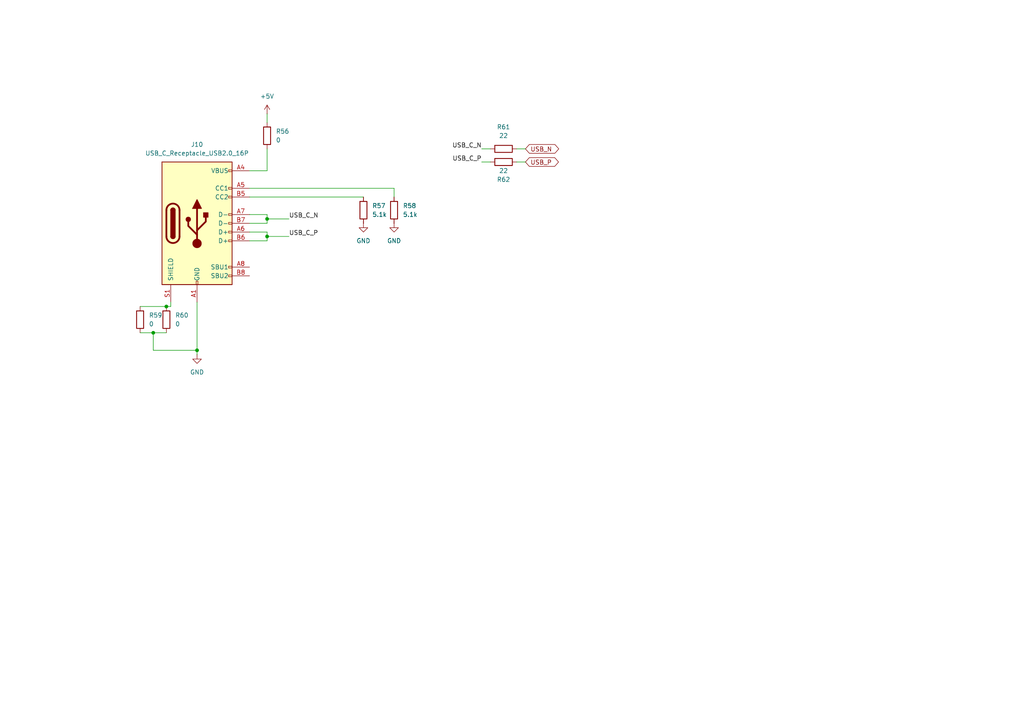
<source format=kicad_sch>
(kicad_sch (version 20231120) (generator "eeschema") (generator_version "8.0")
  (paper "A4")
  (lib_symbols
    (symbol "Connector:USB_C_Receptacle_USB2.0_16P" (pin_names (offset 1.016))
      (property "Reference" "J" (at 0 22.225 0))
      (property "Value" "USB_C_Receptacle_USB2.0_16P" (at 0 19.685 0))
      (symbol "USB_C_Receptacle_USB2.0_16P_0_0"
        (rectangle (start -0.254 -17.78) (end 0.254 -16.764))
        (rectangle (start 10.16 -14.986) (end 9.144 -15.494))
        (rectangle (start 10.16 -12.446) (end 9.144 -12.954))
        (rectangle (start 10.16 -4.826) (end 9.144 -5.334))
        (rectangle (start 10.16 -2.286) (end 9.144 -2.794))
        (rectangle (start 10.16 0.254) (end 9.144 -0.254))
        (rectangle (start 10.16 2.794) (end 9.144 2.286))
        (rectangle (start 10.16 7.874) (end 9.144 7.366))
        (rectangle (start 10.16 10.414) (end 9.144 9.906))
        (rectangle (start 10.16 15.494) (end 9.144 14.986))
      )
      (symbol "USB_C_Receptacle_USB2.0_16P_0_1"
        (rectangle (start -10.16 17.78) (end 10.16 -17.78) (stroke (width 0.254)) (fill (type background)))
        (arc (start -8.89 -3.81) (mid -6.985 -5.7067) (end -5.08 -3.81) (stroke (width 0.508)))
        (arc (start -7.62 -3.81) (mid -6.985 -4.4423) (end -6.35 -3.81) (stroke (width 0.254)))
        (arc (start -7.62 -3.81) (mid -6.985 -4.4423) (end -6.35 -3.81) (stroke (width 0.254)) (fill (type outline)))
        (rectangle (start -7.62 -3.81) (end -6.35 3.81) (stroke (width 0.254)) (fill (type outline)))
        (arc (start -6.35 3.81) (mid -6.985 4.4423) (end -7.62 3.81) (stroke (width 0.254)))
        (arc (start -6.35 3.81) (mid -6.985 4.4423) (end -7.62 3.81) (stroke (width 0.254)) (fill (type outline)))
        (arc (start -5.08 3.81) (mid -6.985 5.7067) (end -8.89 3.81) (stroke (width 0.508)))
        (circle (center -2.54 1.143) (radius 0.635) (stroke (width 0.254)) (fill (type outline)))
        (circle (center 0 -5.842) (radius 1.27) (fill (type outline)))
        (polyline (pts (xy -8.89 -3.81) (xy -8.89 3.81)) (stroke (width 0.508)))
        (polyline (pts (xy -5.08 3.81) (xy -5.08 -3.81)) (stroke (width 0.508)))
        (polyline (pts (xy 0 -5.842) (xy 0 4.318)) (stroke (width 0.508)))
        (polyline (pts (xy 0 -3.302) (xy -2.54 -0.762) (xy -2.54 0.508)) (stroke (width 0.508)))
        (polyline (pts (xy 0 -2.032) (xy 2.54 0.508) (xy 2.54 1.778)) (stroke (width 0.508)))
        (polyline (pts (xy -1.27 4.318) (xy 0 6.858) (xy 1.27 4.318) (xy -1.27 4.318)) (stroke (width 0.254)) (fill (type outline)))
        (rectangle (start 1.905 1.778) (end 3.175 3.048) (stroke (width 0.254)) (fill (type outline)))
      )
      (symbol "USB_C_Receptacle_USB2.0_16P_1_1"
        (pin passive line (at 0 -22.86 90) (length 5.08) (name "GND") (number "A1"))
        (pin passive line (at 0 -22.86 90) (length 5.08) hide (name "GND") (number "A12"))
        (pin passive line (at 15.24 15.24 180) (length 5.08) (name "VBUS") (number "A4"))
        (pin bidirectional line (at 15.24 10.16 180) (length 5.08) (name "CC1") (number "A5"))
        (pin bidirectional line (at 15.24 -2.54 180) (length 5.08) (name "D+") (number "A6"))
        (pin bidirectional line (at 15.24 2.54 180) (length 5.08) (name "D-") (number "A7"))
        (pin bidirectional line (at 15.24 -12.7 180) (length 5.08) (name "SBU1") (number "A8"))
        (pin passive line (at 15.24 15.24 180) (length 5.08) hide (name "VBUS") (number "A9"))
        (pin passive line (at 0 -22.86 90) (length 5.08) hide (name "GND") (number "B1"))
        (pin passive line (at 0 -22.86 90) (length 5.08) hide (name "GND") (number "B12"))
        (pin passive line (at 15.24 15.24 180) (length 5.08) hide (name "VBUS") (number "B4"))
        (pin bidirectional line (at 15.24 7.62 180) (length 5.08) (name "CC2") (number "B5"))
        (pin bidirectional line (at 15.24 -5.08 180) (length 5.08) (name "D+") (number "B6"))
        (pin bidirectional line (at 15.24 0 180) (length 5.08) (name "D-") (number "B7"))
        (pin bidirectional line (at 15.24 -15.24 180) (length 5.08) (name "SBU2") (number "B8"))
        (pin passive line (at 15.24 15.24 180) (length 5.08) hide (name "VBUS") (number "B9"))
        (pin passive line (at -7.62 -22.86 90) (length 5.08) (name "SHIELD") (number "S1"))
      )
    )
    (symbol "Device:R" (pin_numbers hide) (pin_names (offset 0))
      (property "Reference" "R" (at 2.032 0 90))
      (property "Value" "R" (at 0 0 90))
      (symbol "R_0_1"
        (rectangle (start -1.016 -2.54) (end 1.016 2.54) (stroke (width 0.254)))
      )
      (symbol "R_1_1"
        (pin passive line (at 0 3.81 270) (length 1.27) (name "~") (number "1"))
        (pin passive line (at 0 -3.81 90) (length 1.27) (name "~") (number "2"))
      )
    )
    (symbol "power:+5V" (power) (pin_numbers hide) (pin_names (offset 0) hide)
      (property "Value" "+5V" (at 0 3.556 0))
      (symbol "+5V_0_1"
        (polyline (pts (xy -0.762 1.27) (xy 0 2.54)))
        (polyline (pts (xy 0 0) (xy 0 2.54)))
        (polyline (pts (xy 0 2.54) (xy 0.762 1.27)))
      )
      (symbol "+5V_1_1"
        (pin power_in line (at 0 0 90) (length 0) (name "~") (number "1"))
      )
    )
    (symbol "power:GND" (power) (pin_numbers hide) (pin_names (offset 0) hide)
      (property "Value" "GND" (at 0 -3.81 0))
      (symbol "GND_0_1"
        (polyline (pts (xy 0 0) (xy 0 -1.27) (xy 1.27 -1.27) (xy 0 -2.54) (xy -1.27 -1.27) (xy 0 -1.27)))
      )
      (symbol "GND_1_1"
        (pin power_in line (at 0 0 270) (length 0) (name "~") (number "1"))
      )
    )
  )
  (junction (at 44.45 96.52))
  (junction (at 77.47 68.58))
  (junction (at 77.47 63.5))
  (junction (at 57.15 101.6))
  (junction (at 48.26 88.9))
  (wire (pts (xy 57.15 102.87) (xy 57.15 101.6)))
  (wire (pts (xy 72.39 57.15) (xy 105.41 57.15)))
  (wire (pts (xy 77.47 69.85) (xy 72.39 69.85)))
  (wire (pts (xy 149.86 43.18) (xy 152.4 43.18)))
  (wire (pts (xy 149.86 46.99) (xy 152.4 46.99)))
  (wire (pts (xy 44.45 101.6) (xy 57.15 101.6)))
  (wire (pts (xy 48.26 88.9) (xy 40.64 88.9)))
  (wire (pts (xy 57.15 87.63) (xy 57.15 101.6)))
  (wire (pts (xy 44.45 96.52) (xy 48.26 96.52)))
  (wire (pts (xy 77.47 49.53) (xy 77.47 43.18)))
  (wire (pts (xy 139.7 43.18) (xy 142.24 43.18)))
  (wire (pts (xy 77.47 33.02) (xy 77.47 35.56)))
  (wire (pts (xy 72.39 67.31) (xy 77.47 67.31)))
  (wire (pts (xy 77.47 63.5) (xy 77.47 64.77)))
  (wire (pts (xy 72.39 49.53) (xy 77.47 49.53)))
  (wire (pts (xy 72.39 54.61) (xy 114.3 54.61)))
  (wire (pts (xy 77.47 63.5) (xy 83.82 63.5)))
  (wire (pts (xy 77.47 68.58) (xy 83.82 68.58)))
  (wire (pts (xy 139.7 46.99) (xy 142.24 46.99)))
  (wire (pts (xy 49.53 88.9) (xy 48.26 88.9)))
  (wire (pts (xy 40.64 96.52) (xy 44.45 96.52)))
  (wire (pts (xy 72.39 62.23) (xy 77.47 62.23)))
  (wire (pts (xy 114.3 54.61) (xy 114.3 57.15)))
  (wire (pts (xy 44.45 96.52) (xy 44.45 101.6)))
  (wire (pts (xy 77.47 62.23) (xy 77.47 63.5)))
  (wire (pts (xy 49.53 87.63) (xy 49.53 88.9)))
  (wire (pts (xy 77.47 64.77) (xy 72.39 64.77)))
  (wire (pts (xy 77.47 68.58) (xy 77.47 69.85)))
  (wire (pts (xy 77.47 67.31) (xy 77.47 68.58)))
  (label "USB_C_P" (at 139.7 46.99 180))
  (label "USB_C_N" (at 83.82 63.5 0))
  (label "USB_C_P" (at 83.82 68.58 0))
  (label "USB_C_N" (at 139.7 43.18 180))
  (global_label "USB_P" (shape bidirectional) (at 152.4 46.99 0) (property "Intersheetrefs" "${INTERSHEET_REFS}" (effects (hide yes))))
  (global_label "USB_N" (shape bidirectional) (at 152.4 43.18 0) (property "Intersheetrefs" "${INTERSHEET_REFS}" (effects (hide yes))))
  (symbol (lib_id "Device:R") (at 146.05 46.99 90) (unit 1)
    (property "Reference" "R62" (at 146.05 52.07 90))
    (property "Value" "22" (at 146.05 49.53 90))
    (property "Description" "Resistor" (effects (hide yes)))
  )
  (symbol (lib_id "Device:R") (at 77.47 39.37 0) (unit 1)
    (property "Reference" "R56" (at 80.01 38.0999 0) (effects (justify left)))
    (property "Value" "0" (at 80.01 40.6399 0) (effects (justify left)))
    (property "Description" "Resistor" (effects (hide yes)))
  )
  (symbol (lib_id "Device:R") (at 48.26 92.71 0) (unit 1)
    (property "Reference" "R60" (at 50.8 91.4399 0) (effects (justify left)))
    (property "Value" "0" (at 50.8 93.9799 0) (effects (justify left)))
    (property "Description" "Resistor" (effects (hide yes)))
  )
  (symbol (lib_id "power:+5V") (at 77.47 33.02 0) (unit 1)
    (property "Reference" "#PWR097" (effects (hide yes)))
    (property "Value" "+5V" (at 77.47 27.94 0))
    (property "Description" "Power symbol creates a global label with name \"+5V\"" (effects (hide yes)))
  )
  (symbol (lib_id "Connector:USB_C_Receptacle_USB2.0_16P") (at 57.15 64.77 0) (unit 1)
    (property "Reference" "J10" (at 57.15 41.91 0))
    (property "Value" "USB_C_Receptacle_USB2.0_16P" (at 57.15 44.45 0))
    (property "Datasheet" "https://www.usb.org/sites/default/files/documents/usb_type-c.zip" (effects (hide yes)))
    (property "Description" "USB 2.0-only 16P Type-C Receptacle connector" (effects (hide yes)))
  )
  (symbol (lib_id "Device:R") (at 114.3 60.96 0) (unit 1)
    (property "Reference" "R58" (at 116.84 59.6899 0) (effects (justify left)))
    (property "Value" "5.1k" (at 116.84 62.2299 0) (effects (justify left)))
    (property "Description" "Resistor" (effects (hide yes)))
  )
  (symbol (lib_id "power:GND") (at 114.3 64.77 0) (unit 1)
    (property "Reference" "#PWR0100" (effects (hide yes)))
    (property "Value" "GND" (at 114.3 69.85 0))
    (property "Description" "Power symbol creates a global label with name \"GND\" , ground" (effects (hide yes)))
  )
  (symbol (lib_id "Device:R") (at 40.64 92.71 0) (unit 1)
    (property "Reference" "R59" (at 43.18 91.4399 0) (effects (justify left)))
    (property "Value" "0" (at 43.18 93.9799 0) (effects (justify left)))
    (property "Description" "Resistor" (effects (hide yes)))
  )
  (symbol (lib_id "Device:R") (at 146.05 43.18 90) (unit 1)
    (property "Reference" "R61" (at 146.05 36.83 90))
    (property "Value" "22" (at 146.05 39.37 90))
    (property "Description" "Resistor" (effects (hide yes)))
  )
  (symbol (lib_id "power:GND") (at 57.15 102.87 0) (unit 1)
    (property "Reference" "#PWR098" (effects (hide yes)))
    (property "Value" "GND" (at 57.15 107.95 0))
    (property "Description" "Power symbol creates a global label with name \"GND\" , ground" (effects (hide yes)))
  )
  (symbol (lib_id "Device:R") (at 105.41 60.96 0) (unit 1)
    (property "Reference" "R57" (at 107.95 59.6899 0) (effects (justify left)))
    (property "Value" "5.1k" (at 107.95 62.2299 0) (effects (justify left)))
    (property "Description" "Resistor" (effects (hide yes)))
  )
  (symbol (lib_id "power:GND") (at 105.41 64.77 0) (unit 1)
    (property "Reference" "#PWR099" (effects (hide yes)))
    (property "Value" "GND" (at 105.41 69.85 0))
    (property "Description" "Power symbol creates a global label with name \"GND\" , ground" (effects (hide yes)))
  )
)
</source>
